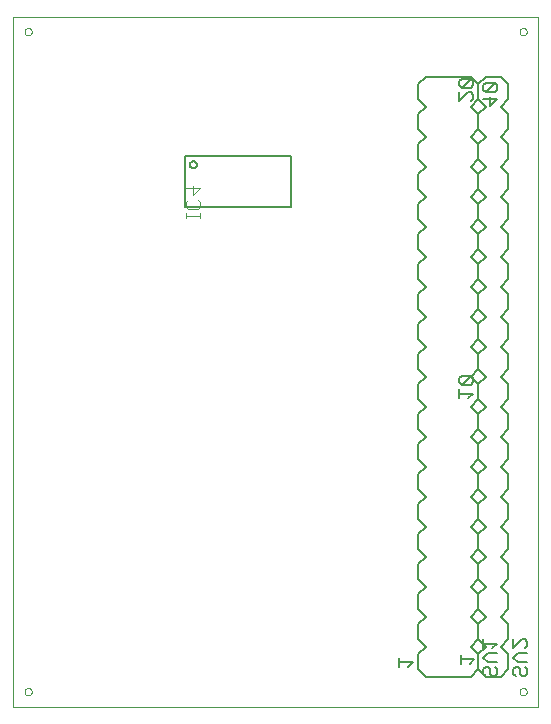
<source format=gbo>
G75*
G70*
%OFA0B0*%
%FSLAX24Y24*%
%IPPOS*%
%LPD*%
%AMOC8*
5,1,8,0,0,1.08239X$1,22.5*
%
%ADD10C,0.0000*%
%ADD11C,0.0080*%
%ADD12C,0.0040*%
%ADD13C,0.0060*%
%ADD14C,0.0050*%
D10*
X000150Y000150D02*
X000150Y023150D01*
X017650Y023150D01*
X017650Y000150D01*
X000150Y000150D01*
X000532Y000650D02*
X000534Y000671D01*
X000540Y000691D01*
X000549Y000711D01*
X000561Y000728D01*
X000576Y000742D01*
X000594Y000754D01*
X000614Y000762D01*
X000634Y000767D01*
X000655Y000768D01*
X000676Y000765D01*
X000696Y000759D01*
X000715Y000748D01*
X000732Y000735D01*
X000745Y000719D01*
X000756Y000701D01*
X000764Y000681D01*
X000768Y000661D01*
X000768Y000639D01*
X000764Y000619D01*
X000756Y000599D01*
X000745Y000581D01*
X000732Y000565D01*
X000715Y000552D01*
X000696Y000541D01*
X000676Y000535D01*
X000655Y000532D01*
X000634Y000533D01*
X000614Y000538D01*
X000594Y000546D01*
X000576Y000558D01*
X000561Y000572D01*
X000549Y000589D01*
X000540Y000609D01*
X000534Y000629D01*
X000532Y000650D01*
X017032Y000650D02*
X017034Y000671D01*
X017040Y000691D01*
X017049Y000711D01*
X017061Y000728D01*
X017076Y000742D01*
X017094Y000754D01*
X017114Y000762D01*
X017134Y000767D01*
X017155Y000768D01*
X017176Y000765D01*
X017196Y000759D01*
X017215Y000748D01*
X017232Y000735D01*
X017245Y000719D01*
X017256Y000701D01*
X017264Y000681D01*
X017268Y000661D01*
X017268Y000639D01*
X017264Y000619D01*
X017256Y000599D01*
X017245Y000581D01*
X017232Y000565D01*
X017215Y000552D01*
X017196Y000541D01*
X017176Y000535D01*
X017155Y000532D01*
X017134Y000533D01*
X017114Y000538D01*
X017094Y000546D01*
X017076Y000558D01*
X017061Y000572D01*
X017049Y000589D01*
X017040Y000609D01*
X017034Y000629D01*
X017032Y000650D01*
X017032Y022650D02*
X017034Y022671D01*
X017040Y022691D01*
X017049Y022711D01*
X017061Y022728D01*
X017076Y022742D01*
X017094Y022754D01*
X017114Y022762D01*
X017134Y022767D01*
X017155Y022768D01*
X017176Y022765D01*
X017196Y022759D01*
X017215Y022748D01*
X017232Y022735D01*
X017245Y022719D01*
X017256Y022701D01*
X017264Y022681D01*
X017268Y022661D01*
X017268Y022639D01*
X017264Y022619D01*
X017256Y022599D01*
X017245Y022581D01*
X017232Y022565D01*
X017215Y022552D01*
X017196Y022541D01*
X017176Y022535D01*
X017155Y022532D01*
X017134Y022533D01*
X017114Y022538D01*
X017094Y022546D01*
X017076Y022558D01*
X017061Y022572D01*
X017049Y022589D01*
X017040Y022609D01*
X017034Y022629D01*
X017032Y022650D01*
X000532Y022650D02*
X000534Y022671D01*
X000540Y022691D01*
X000549Y022711D01*
X000561Y022728D01*
X000576Y022742D01*
X000594Y022754D01*
X000614Y022762D01*
X000634Y022767D01*
X000655Y022768D01*
X000676Y022765D01*
X000696Y022759D01*
X000715Y022748D01*
X000732Y022735D01*
X000745Y022719D01*
X000756Y022701D01*
X000764Y022681D01*
X000768Y022661D01*
X000768Y022639D01*
X000764Y022619D01*
X000756Y022599D01*
X000745Y022581D01*
X000732Y022565D01*
X000715Y022552D01*
X000696Y022541D01*
X000676Y022535D01*
X000655Y022532D01*
X000634Y022533D01*
X000614Y022538D01*
X000594Y022546D01*
X000576Y022558D01*
X000561Y022572D01*
X000549Y022589D01*
X000540Y022609D01*
X000534Y022629D01*
X000532Y022650D01*
D11*
X005877Y018493D02*
X005880Y016800D01*
X009423Y016807D01*
X009420Y018500D01*
X005877Y018493D01*
X006035Y018218D02*
X006037Y018239D01*
X006043Y018259D01*
X006052Y018279D01*
X006064Y018296D01*
X006079Y018310D01*
X006097Y018322D01*
X006117Y018330D01*
X006137Y018335D01*
X006158Y018336D01*
X006179Y018333D01*
X006199Y018327D01*
X006218Y018316D01*
X006235Y018303D01*
X006248Y018287D01*
X006259Y018269D01*
X006267Y018249D01*
X006271Y018229D01*
X006271Y018207D01*
X006267Y018187D01*
X006259Y018167D01*
X006248Y018149D01*
X006235Y018133D01*
X006218Y018120D01*
X006199Y018109D01*
X006179Y018103D01*
X006158Y018100D01*
X006137Y018101D01*
X006117Y018106D01*
X006097Y018114D01*
X006079Y018126D01*
X006064Y018140D01*
X006052Y018157D01*
X006043Y018177D01*
X006037Y018197D01*
X006035Y018218D01*
D12*
X006145Y017514D02*
X006145Y017207D01*
X006375Y017438D01*
X005914Y017437D01*
X005992Y017053D02*
X005915Y016976D01*
X005916Y016823D01*
X005992Y016746D01*
X006299Y016747D01*
X006376Y016824D01*
X006376Y016977D01*
X006299Y017054D01*
X006376Y016594D02*
X006377Y016440D01*
X006376Y016517D02*
X005916Y016516D01*
X005916Y016439D02*
X005916Y016593D01*
D13*
X013650Y016400D02*
X013900Y016150D01*
X013650Y015900D01*
X013650Y015400D01*
X013900Y015150D01*
X013650Y014900D01*
X013650Y014400D01*
X013900Y014150D01*
X013650Y013900D01*
X013650Y013400D01*
X013900Y013150D01*
X013650Y012900D01*
X013650Y012400D01*
X013900Y012150D01*
X013650Y011900D01*
X013650Y011400D01*
X013900Y011150D01*
X013650Y010900D01*
X013650Y010400D01*
X013900Y010150D01*
X013650Y009900D01*
X013650Y009400D01*
X013900Y009150D01*
X013650Y008900D01*
X013650Y008400D01*
X013900Y008150D01*
X013650Y007900D01*
X013650Y007400D01*
X013900Y007150D01*
X013650Y006900D01*
X013650Y006400D01*
X013900Y006150D01*
X013650Y005900D01*
X013650Y005400D01*
X013900Y005150D01*
X013650Y004900D01*
X013650Y004400D01*
X013900Y004150D01*
X013650Y003900D01*
X013650Y003400D01*
X013900Y003150D01*
X013650Y002900D01*
X013650Y002400D01*
X013900Y002150D01*
X013650Y001900D01*
X013650Y001400D01*
X013900Y001150D01*
X015400Y001150D01*
X015650Y001400D01*
X015650Y001900D01*
X015900Y002150D01*
X015650Y002400D01*
X015650Y002900D01*
X015900Y003150D01*
X015650Y003400D01*
X015650Y003900D01*
X015900Y004150D01*
X015650Y004400D01*
X015650Y004900D01*
X015900Y005150D01*
X015650Y005400D01*
X015650Y005900D01*
X015900Y006150D01*
X015650Y006400D01*
X015650Y006900D01*
X015900Y007150D01*
X015650Y007400D01*
X015650Y007900D01*
X015900Y008150D01*
X015650Y008400D01*
X015650Y008900D01*
X015900Y009150D01*
X015650Y009400D01*
X015650Y009900D01*
X015900Y010150D01*
X015650Y010400D01*
X015650Y010900D01*
X015900Y011150D01*
X015650Y011400D01*
X015650Y011900D01*
X015900Y012150D01*
X015650Y012400D01*
X015650Y012900D01*
X015900Y013150D01*
X015650Y013400D01*
X015650Y013900D01*
X015900Y014150D01*
X015650Y014400D01*
X015650Y014900D01*
X015900Y015150D01*
X015650Y015400D01*
X015650Y015900D01*
X015900Y016150D01*
X015650Y016400D01*
X015650Y016900D01*
X015900Y017150D01*
X015650Y017400D01*
X015650Y017900D01*
X015900Y018150D01*
X015650Y018400D01*
X015650Y018900D01*
X015900Y019150D01*
X015650Y019400D01*
X015650Y019900D01*
X015900Y020150D01*
X015650Y020400D01*
X015650Y020900D01*
X015900Y021150D01*
X016400Y021150D01*
X016650Y020900D01*
X016650Y020400D01*
X016400Y020150D01*
X016650Y019900D01*
X016650Y019400D01*
X016400Y019150D01*
X016650Y018900D01*
X016650Y018400D01*
X016400Y018150D01*
X016650Y017900D01*
X016650Y017400D01*
X016400Y017150D01*
X016650Y016900D01*
X016650Y016400D01*
X016400Y016150D01*
X016650Y015900D01*
X016650Y015400D01*
X016400Y015150D01*
X016650Y014900D01*
X016650Y014400D01*
X016400Y014150D01*
X016650Y013900D01*
X016650Y013400D01*
X016400Y013150D01*
X016650Y012900D01*
X016650Y012400D01*
X016400Y012150D01*
X016650Y011900D01*
X016650Y011400D01*
X016400Y011150D01*
X016650Y010900D01*
X016650Y010400D01*
X016400Y010150D01*
X016650Y009900D01*
X016650Y009400D01*
X016400Y009150D01*
X016650Y008900D01*
X016650Y008400D01*
X016400Y008150D01*
X016650Y007900D01*
X016650Y007400D01*
X016400Y007150D01*
X016650Y006900D01*
X016650Y006400D01*
X016400Y006150D01*
X016650Y005900D01*
X016650Y005400D01*
X016400Y005150D01*
X016650Y004900D01*
X016650Y004400D01*
X016400Y004150D01*
X016650Y003900D01*
X016650Y003400D01*
X016400Y003150D01*
X016650Y002900D01*
X016650Y002400D01*
X016400Y002150D01*
X016650Y001900D01*
X016650Y001400D01*
X016400Y001150D01*
X015900Y001150D01*
X015650Y001400D01*
X015650Y001900D01*
X015400Y002150D01*
X015650Y002400D01*
X015650Y002900D01*
X015400Y003150D01*
X015650Y003400D01*
X015650Y003900D01*
X015400Y004150D01*
X015650Y004400D01*
X015650Y004900D01*
X015400Y005150D01*
X015650Y005400D01*
X015650Y005900D01*
X015400Y006150D01*
X015650Y006400D01*
X015650Y006900D01*
X015400Y007150D01*
X015650Y007400D01*
X015650Y007900D01*
X015400Y008150D01*
X015650Y008400D01*
X015650Y008900D01*
X015400Y009150D01*
X015650Y009400D01*
X015650Y009900D01*
X015400Y010150D01*
X015650Y010400D01*
X015650Y010900D01*
X015400Y011150D01*
X015650Y011400D01*
X015650Y011900D01*
X015400Y012150D01*
X015650Y012400D01*
X015650Y012900D01*
X015400Y013150D01*
X015650Y013400D01*
X015650Y013900D01*
X015400Y014150D01*
X015650Y014400D01*
X015650Y014900D01*
X015400Y015150D01*
X015650Y015400D01*
X015650Y015900D01*
X015400Y016150D01*
X015650Y016400D01*
X015650Y016900D01*
X015400Y017150D01*
X015650Y017400D01*
X015650Y017900D01*
X015400Y018150D01*
X015650Y018400D01*
X015650Y018900D01*
X015400Y019150D01*
X015650Y019400D01*
X015650Y019900D01*
X015400Y020150D01*
X015650Y020400D01*
X015650Y020900D01*
X015400Y021150D01*
X013900Y021150D01*
X013650Y020900D01*
X013650Y020400D01*
X013900Y020150D01*
X013650Y019900D01*
X013650Y019400D01*
X013900Y019150D01*
X013650Y018900D01*
X013650Y018400D01*
X013900Y018150D01*
X013650Y017900D01*
X013650Y017400D01*
X013900Y017150D01*
X013650Y016900D01*
X013650Y016400D01*
D14*
X016050Y020175D02*
X016050Y020475D01*
X015900Y020635D02*
X016200Y020936D01*
X015900Y020936D01*
X015825Y020861D01*
X015825Y020710D01*
X015900Y020635D01*
X016200Y020635D01*
X016275Y020710D01*
X016275Y020861D01*
X016200Y020936D01*
X016275Y020400D02*
X016050Y020175D01*
X015825Y020400D02*
X016275Y020400D01*
X015475Y020400D02*
X015400Y020325D01*
X015475Y020400D02*
X015475Y020550D01*
X015400Y020625D01*
X015325Y020625D01*
X015025Y020325D01*
X015025Y020625D01*
X015100Y020785D02*
X015400Y021086D01*
X015100Y021086D01*
X015025Y021011D01*
X015025Y020860D01*
X015100Y020785D01*
X015400Y020785D01*
X015475Y020860D01*
X015475Y021011D01*
X015400Y021086D01*
X015400Y011186D02*
X015100Y011186D01*
X015025Y011111D01*
X015025Y010960D01*
X015100Y010885D01*
X015400Y011186D01*
X015475Y011111D01*
X015475Y010960D01*
X015400Y010885D01*
X015100Y010885D01*
X015025Y010725D02*
X015025Y010425D01*
X015025Y010575D02*
X015475Y010575D01*
X015325Y010425D01*
X015825Y002396D02*
X015825Y002096D01*
X015825Y002246D02*
X016275Y002246D01*
X016125Y002096D01*
X015975Y001936D02*
X016275Y001936D01*
X016275Y001635D02*
X015975Y001635D01*
X015825Y001786D01*
X015975Y001936D01*
X015975Y001475D02*
X015900Y001475D01*
X015825Y001400D01*
X015825Y001250D01*
X015900Y001175D01*
X016050Y001250D02*
X016050Y001400D01*
X015975Y001475D01*
X016050Y001250D02*
X016125Y001175D01*
X016200Y001175D01*
X016275Y001250D01*
X016275Y001400D01*
X016200Y001475D01*
X016825Y001400D02*
X016825Y001250D01*
X016900Y001175D01*
X017050Y001250D02*
X017050Y001400D01*
X016975Y001475D01*
X016900Y001475D01*
X016825Y001400D01*
X017050Y001250D02*
X017125Y001175D01*
X017200Y001175D01*
X017275Y001250D01*
X017275Y001400D01*
X017200Y001475D01*
X017275Y001635D02*
X016975Y001635D01*
X016825Y001786D01*
X016975Y001936D01*
X017275Y001936D01*
X017200Y002096D02*
X017275Y002171D01*
X017275Y002321D01*
X017200Y002396D01*
X017125Y002396D01*
X016825Y002096D01*
X016825Y002396D01*
X015525Y001725D02*
X015075Y001725D01*
X015075Y001575D02*
X015075Y001875D01*
X015375Y001575D02*
X015525Y001725D01*
X013475Y001625D02*
X013025Y001625D01*
X013025Y001475D02*
X013025Y001775D01*
X013325Y001475D02*
X013475Y001625D01*
M02*

</source>
